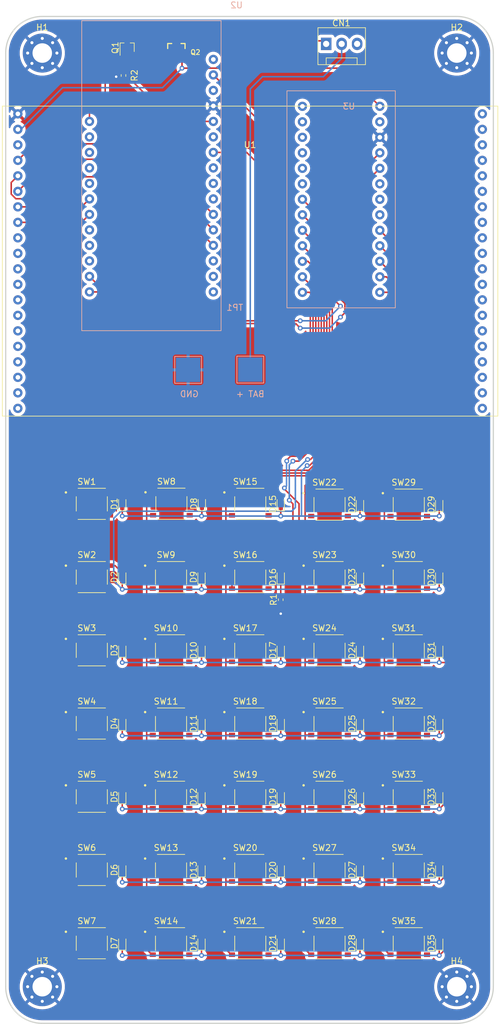
<source format=kicad_pcb>
(kicad_pcb (version 20211014) (generator pcbnew)
  (layers (0 "F.Cu" signal) (31 "B.Cu" signal) (34 "B.Paste" user) (35 "F.Paste" user) (36 "B.SilkS" user "B.Silkscreen") (37 "F.SilkS" user "F.Silkscreen") (38 "B.Mask" user) (39 "F.Mask" user) (44 "Edge.Cuts" user))
  (net 0 "")
  (net 1 "Row 1")
  (net 2 "Net-(D1-Pad2)")
  (net 3 "Row 2")
  (net 4 "Net-(D2-Pad2)")
  (net 5 "Row 3")
  (net 6 "Net-(D3-Pad2)")
  (net 7 "Row 4")
  (net 8 "Net-(D4-Pad2)")
  (net 9 "Row 5")
  (net 10 "Net-(D5-Pad2)")
  (net 11 "Row 6")
  (net 12 "Net-(D6-Pad2)")
  (net 13 "Row 7")
  (net 14 "Net-(D7-Pad2)")
  (net 15 "Net-(D8-Pad2)")
  (net 16 "Net-(D9-Pad2)")
  (net 17 "Net-(D10-Pad2)")
  (net 18 "Net-(D11-Pad2)")
  (net 19 "Net-(D12-Pad2)")
  (net 20 "Net-(D13-Pad2)")
  (net 21 "Net-(D14-Pad2)")
  (net 22 "Net-(D15-Pad2)")
  (net 23 "Wake Trigger Button")
  (net 24 "Net-(D16-Pad2)")
  (net 25 "Net-(D17-Pad2)")
  (net 26 "Net-(D18-Pad2)")
  (net 27 "Net-(D19-Pad2)")
  (net 28 "Net-(D20-Pad2)")
  (net 29 "Net-(D21-Pad2)")
  (net 30 "Net-(D22-Pad2)")
  (net 31 "Net-(D23-Pad2)")
  (net 32 "Net-(D24-Pad2)")
  (net 33 "Net-(D25-Pad2)")
  (net 34 "Net-(D26-Pad2)")
  (net 35 "Net-(D27-Pad2)")
  (net 36 "Net-(D28-Pad2)")
  (net 37 "Net-(D29-Pad2)")
  (net 38 "Net-(D30-Pad2)")
  (net 39 "Net-(D31-Pad2)")
  (net 40 "Net-(D32-Pad2)")
  (net 41 "Net-(D33-Pad2)")
  (net 42 "Net-(D34-Pad2)")
  (net 43 "Net-(D35-Pad2)")
  (net 44 "Shutdown Power Cutoff")
  (net 45 "Net-(Q1-Pad2)")
  (net 46 "Bat Pwr 3-5V")
  (net 47 "3-5V (ON)")
  (net 48 "GND")
  (net 49 "Colm 1")
  (net 50 "Colm 2")
  (net 51 "Colm 3")
  (net 52 "3V")
  (net 53 "Colm 4")
  (net 54 "Colm 5")
  (net 55 "Net-(SW36-Pad2)")
  (net 69 "Disp D{slash}C")
  (net 70 "Disp CS")
  (net 71 "Disp MOSI")
  (net 72 "Disp MISO")
  (net 73 "Disp SPI CLK")
  (net 102 "Matrix I2C SCL")
  (net 103 "Matrix I2C SDA")
  (net 114 "Matrix INT")
  (footprint "Custom:SW_TS-1187A-B-A-B" (layer "F.Cu") (at 79 114)
    (fp_text reference "SW9")
    (fp_text value "SW_Push")
  )
  (footprint "Custom:SW_TS-1187A-B-A-B" (layer "F.Cu") (at 105 138)
    (fp_text reference "SW25")
    (fp_text value "SW_Push")
  )
  (footprint "Custom:SW_TS-1187A-B-A-B" (layer "F.Cu") (at 66 114)
    (fp_text reference "SW2")
    (fp_text value "SW_Push")
  )
  (footprint "Custom:SW_TS-1187A-B-A-B" (layer "F.Cu") (at 105 162)
    (fp_text reference "SW27")
    (fp_text value "SW_Push")
  )
  (footprint "Custom:SW_TS-1187A-B-A-B" (layer "F.Cu") (at 66 162)
    (fp_text reference "SW6")
    (fp_text value "SW_Push")
  )
  (footprint "Diode_SMD:D_SOD-523" (layer "F.Cu") (at 71 162 90)
    (fp_text reference "D6")
    (fp_text value "1N914WT")
  )
  (footprint "Custom:SW_TS-1187A-B-A-B" (layer "F.Cu") (at 79 162)
    (fp_text reference "SW13")
    (fp_text value "SW_Push")
  )
  (footprint "Diode_SMD:D_SOD-523" (layer "F.Cu") (at 123 138 90)
    (fp_text reference "D32")
    (fp_text value "1N914WT")
  )
  (footprint "Custom:2-8 TFT LCD with Touchscreen Breakout Board ILI9341" (layer "F.Cu") (at 51.33 36.82)
    (fp_text reference "U1")
    (fp_text value "2.8\"_TFT_LCD_with_Touchscreen_Breakout_Board_w/MicroSD_Socket_-_ILI9341")
  )
  (footprint "Diode_SMD:D_SOD-523" (layer "F.Cu") (at 84 138 90)
    (fp_text reference "D11")
    (fp_text value "1N914WT")
  )
  (footprint "Diode_SMD:D_SOD-523" (layer "F.Cu") (at 71 174 90)
    (fp_text reference "D7")
    (fp_text value "1N914WT")
  )
  (footprint "Diode_SMD:D_SOD-523" (layer "F.Cu") (at 110 162 90)
    (fp_text reference "D27")
    (fp_text value "1N914WT")
  )
  (footprint "Resistor_SMD:R_0402_1005Metric" (layer "F.Cu") (at 71.2 31.8 -90)
    (fp_text reference "R2")
    (fp_text value "R_Small_US")
  )
  (footprint "Diode_SMD:D_SOD-523" (layer "F.Cu") (at 71 150 90)
    (fp_text reference "D5")
    (fp_text value "1N914WT")
  )
  (footprint "Resistor_SMD:R_0402_1005Metric" (layer "F.Cu") (at 97 117.71 90)
    (fp_text reference "R1")
    (fp_text value "R_Small_US")
  )
  (footprint "Diode_SMD:D_SOD-523" (layer "F.Cu") (at 123 102.125 90)
    (fp_text reference "D29")
    (fp_text value "1N914WT")
  )
  (footprint "Diode_SMD:D_SOD-523" (layer "F.Cu") (at 110 138 90)
    (fp_text reference "D25")
    (fp_text value "1N914WT")
  )
  (footprint "Custom:SW_TS-1187A-B-A-B" (layer "F.Cu") (at 79 174)
    (fp_text reference "SW14")
    (fp_text value "SW_Push")
  )
  (footprint "Custom:SW_TS-1187A-B-A-B" (layer "F.Cu") (at 92 162)
    (fp_text reference "SW20")
    (fp_text value "SW_Push")
  )
  (footprint "Diode_SMD:D_SOD-523" (layer "F.Cu") (at 71 138 90)
    (fp_text reference "D4")
    (fp_text value "1N914WT")
  )
  (footprint "Custom:SW_TS-1187A-B-A-B" (layer "F.Cu") (at 118 150)
    (fp_text reference "SW33")
    (fp_text value "SW_Push")
  )
  (footprint "Diode_SMD:D_SOD-523" (layer "F.Cu") (at 110 102.125 90)
    (fp_text reference "D22")
    (fp_text value "1N914WT")
  )
  (footprint "Diode_SMD:D_SOD-523" (layer "F.Cu") (at 97 174 90)
    (fp_text reference "D21")
    (fp_text value "1N914WT")
  )
  (footprint "MountingHole:MountingHole_3.2mm_M3_Pad_Via" (layer "F.Cu") (at 125.875 28.125)
    (fp_text reference "H2")
    (fp_text value "MountingHole_Pad")
  )
  (footprint "Diode_SMD:D_SOD-523" (layer "F.Cu") (at 97 138 90)
    (fp_text reference "D18")
    (fp_text value "1N914WT")
  )
  (footprint "Diode_SMD:D_SOD-523" (layer "F.Cu") (at 123 174 90)
    (fp_text reference "D35")
    (fp_text value "1N914WT")
  )
  (footprint "Diode_SMD:D_SOD-523" (layer "F.Cu") (at 97 150 90)
    (fp_text reference "D19")
    (fp_text value "1N914WT")
  )
  (footprint "MountingHole:MountingHole_3.2mm_M3_Pad_Via" (layer "F.Cu") (at 57.875 28.125)
    (fp_text reference "H1")
    (fp_text value "MountingHole_Pad")
  )
  (footprint "Diode_SMD:D_SOD-523" (layer "F.Cu") (at 71 126 90)
    (fp_text reference "D3")
    (fp_text value "1N914WT")
  )
  (footprint "Diode_SMD:D_SOD-523" (layer "F.Cu") (at 110 150 90)
    (fp_text reference "D26")
    (fp_text value "1N914WT")
  )
  (footprint "Custom:SW_TS-1187A-B-A-B" (layer "F.Cu") (at 105 102.125)
    (fp_text reference "SW22")
    (fp_text value "SW_Push")
  )
  (footprint "Custom:SW_TS-1187A-B-A-B" (layer "F.Cu") (at 66 150)
    (fp_text reference "SW5")
    (fp_text value "SW_Push")
  )
  (footprint "Custom:SOT23" (layer "F.Cu") (at 79.875 27.225)
    (fp_text reference "Q2")
    (fp_text value "SI2302")
  )
  (footprint "Diode_SMD:D_SOD-523" (layer "F.Cu") (at 123 114 90)
    (fp_text reference "D30")
    (fp_text value "1N914WT")
  )
  (footprint "Diode_SMD:D_SOD-523" (layer "F.Cu") (at 71 114 90)
    (fp_text reference "D2")
    (fp_text value "1N914WT")
  )
  (footprint "Diode_SMD:D_SOD-523" (layer "F.Cu") (at 84 162 90)
    (fp_text reference "D13")
    (fp_text value "1N914WT")
  )
  (footprint "Custom:SW_TS-1187A-B-A-B" (layer "F.Cu") (at 118 138)
    (fp_text reference "SW32")
    (fp_text value "SW_Push")
  )
  (footprint "Custom:SW_TS-1187A-B-A-B" (layer "F.Cu") (at 79 150)
    (fp_text reference "SW12")
    (fp_text value "SW_Push")
  )
  (footprint "Custom:SW_TS-1187A-B-A-B" (layer "F.Cu") (at 92 102)
    (fp_text reference "SW15")
    (fp_text value "SW_Push")
  )
  (footprint "Diode_SMD:D_SOD-523" (layer "F.Cu") (at 97 162 90)
    (fp_text reference "D20")
    (fp_text value "1N914WT")
  )
  (footprint "Custom:SW_TS-1187A-B-A-B" (layer "F.Cu") (at 92 114)
    (fp_text reference "SW16")
    (fp_text value "SW_Push")
  )
  (footprint "Diode_SMD:D_SOD-523" (layer "F.Cu") (at 84 126 90)
    (fp_text reference "D10")
    (fp_text value "1N914WT")
  )
  (footprint "MountingHole:MountingHole_3.2mm_M3_Pad_Via" (layer "F.Cu") (at 125.875 181.125)
    (fp_text reference "H4")
    (fp_text value "MountingHole_Pad")
  )
  (footprint "Custom:SW_TS-1187A-B-A-B" (layer "F.Cu") (at 79 138)
    (fp_text reference "SW11")
    (fp_text value "SW_Push")
  )
  (footprint "Diode_SMD:D_SOD-523" (layer "F.Cu") (at 71 102 90)
    (fp_text reference "D1")
    (fp_text value "1N914WT")
  )
  (footprint "Custom:SW_TS-1187A-B-A-B" (layer "F.Cu") (at 92 174)
    (fp_text reference "SW21")
    (fp_text value "SW_Push")
  )
  (footprint "Diode_SMD:D_SOD-523" (layer "F.Cu") (at 123 126 90)
    (fp_text reference "D31")
    (fp_text value "1N914WT")
  )
  (footprint "Package_TO_SOT_SMD:SOT-323_SC-70" (layer "F.Cu") (at 71.8 27.2 90)
    (fp_text reference "Q1")
    (fp_text value "2SC4213")
  )
  (footprint "Custom:SW_TS-1187A-B-A-B" (layer "F.Cu") (at 118 126)
    (fp_text reference "SW31")
    (fp_text value "SW_Push")
  )
  (footprint "Diode_SMD:D_SOD-523" (layer "F.Cu") (at 97 102 90)
    (fp_text reference "D15")
    (fp_text value "1N914WT")
  )
  (footprint "Custom:SW_TS-1187A-B-A-B" (layer "F.Cu") (at 118 102.125)
    (fp_text reference "SW29")
    (fp_text value "SW_Push")
  )
  (footprint "Custom:SW_TS-1187A-B-A-B" (layer "F.Cu") (at 66 138)
    (fp_text reference "SW4")
    (fp_text value "SW_Push")
  )
  (footprint "Custom:SW_TS-1187A-B-A-B" (layer "F.Cu") (at 118 162)
    (fp_text reference "SW34")
    (fp_text value "SW_Push")
  )
  (footprint "Diode_SMD:D_SOD-523" (layer "F.Cu") (at 97 114 90)
    (fp_text reference "D16")
    (fp_text value "1N914WT")
  )
  (footprint "Diode_SMD:D_SOD-523" (layer "F.Cu") (at 84 114 90)
    (fp_text reference "D9")
    (fp_text value "1N914WT")
  )
  (footprint "Diode_SMD:D_SOD-523" (layer "F.Cu") (at 84 150 90)
    (fp_text reference "D12")
    (fp_text value "1N914WT")
  )
  (footprint "Custom:SW_TS-1187A-B-A-B" (layer "F.Cu") (at 66 126)
    (fp_text reference "SW3")
    (fp_text value "SW_Push")
  )
  (footprint "Custom:SW_TS-1187A-B-A-B" (layer "F.Cu") (at 92 150)
    (fp_text reference "SW19")
    (fp_text value "SW_Push")
  )
  (footprint "Custom:SW_TS-1187A-B-A-B" (layer "F.Cu") (at 118 174)
    (fp_text reference "SW35")
    (fp_text value "SW_Push")
  )
  (footprint "Custom:SW_TS-1187A-B-A-B" (layer "F.Cu") (at 66 174)
    (fp_text reference "SW7")
    (fp_text value "SW_Push")
  )
  (footprint "Custom:SW_TS-1187A-B-A-B" (layer "F.Cu") (at 66 102)
    (fp_text reference "SW1")
    (fp_text value "SW_Push")
  )
  (footprint "Diode_SMD:D_SOD-523" (layer "F.Cu") (at 84.06 101.98 90)
    (fp_text reference "D8")
    (fp_text value "1N914WT")
  )
  (footprint "Custom:SW_TS-1187A-B-A-B" (layer "F.Cu") (at 79.06 101.98)
    (fp_text reference "SW8")
    (fp_text value "SW_Push")
  )
  (footprint "Custom:SW_TS-1187A-B-A-B" (layer "F.Cu") (at 105 174)
    (fp_text reference "SW28")
    (fp_text value "SW_Push")
  )
  (footprint "Custom:SW_TS-1187A-B-A-B" (layer "F.Cu") (at 105 114)
    (fp_text reference "SW23")
    (fp_text value "SW_Push")
  )
  (footprint "Custom:SW_TS-1187A-B-A-B" (layer "F.Cu") (at 92 126)
    (fp_text reference "SW17")
    (fp_text value "SW_Push")
  )
  (footprint "Diode_SMD:D_SOD-523" (layer "F.Cu") (at 110 126 90)
    (fp_text reference "D24")
    (fp_text value "1N914WT")
  )
  (footprint "Diode_SMD:D_SOD-523" (layer "F.Cu") (at 97 126 90)
    (fp_text reference "D17")
    (fp_text value "1N914WT")
  )
  (footprint "Diode_SMD:D_SOD-523" (layer "F.Cu") (at 110 114 90)
    (fp_text reference "D23")
    (fp_text value "1N914WT")
  )
  (footprint "MountingHole:MountingHole_3.2mm_M3_Pad_Via" (layer "F.Cu") (at 57.875 181.125)
    (fp_text reference "H3")
    (fp_text value "MountingHole_Pad")
  )
  (footprint "Custom:SW_TS-1187A-B-A-B" (layer "F.Cu") (at 92 138)
    (fp_text reference "SW18")
    (fp_text value "SW_Push")
  )
  (footprint "Custom:SW_TS-1187A-B-A-B" (layer "F.Cu") (at 118 114)
    (fp_text reference "SW30")
    (fp_text value "SW_Push")
  )
  (footprint "Custom:SW_TS-1187A-B-A-B" (layer "F.Cu") (at 105 126)
    (fp_text reference "SW24")
    (fp_text value "SW_Push")
  )
  (footprint "Connector:FanPinHeader_1x03_P2.54mm_Vertical" (layer "F.Cu") (at 104.45 26.625)
    (fp_text reference "CN1")
    (fp_text value "Toggle_Switch")
  )
  (footprint "Diode_SMD:D_SOD-523" (layer "F.Cu") (at 123 162 90)
    (fp_text reference "D34")
    (fp_text value "1N914WT")
  )
  (footprint "Diode_SMD:D_SOD-523" (layer "F.Cu") (at 110 174 90)
    (fp_text reference "D28")
    (fp_text value "1N914WT")
  )
  (footprint "Diode_SMD:D_SOD-523" (layer "F.Cu") (at 84 174 90)
    (fp_text reference "D14")
    (fp_text value "1N914WT")
  )
  (footprint "Custom:SW_TS-1187A-B-A-B" (layer "F.Cu") (at 79 126)
    (fp_text reference "SW10")
    (fp_text value "SW_Push")
  )
  (footprint "Custom:SW_TS-1187A-B-A-B" (layer "F.Cu") (at 105 150)
    (fp_text reference "SW26")
    (fp_text value "SW_Push")
  )
  (footprint "Diode_SMD:D_SOD-523" (layer "F.Cu") (at 123 150 90)
    (fp_text reference "D33")
    (fp_text value "1N914WT")
  )
  (footprint "Custom:Battery Solder Pad" (layer "B.Cu") (at 92 80 180)
    (fp_text reference "TP1")
    (fp_text value "TestPoint_2Pole")
  )
  (footprint "Custom:Adafruit ESP32 Feather V2" (layer "B.Cu") (at 87.21 22.82 180)
    (fp_text reference "U2")
    (fp_text value "Adafruit_ESP32_Feather_V2")
  )
  (footprint "Custom:Adafruit TCA8418 Keypad Matrix and GPIO Expander" (layer "B.Cu") (at 115.795 34.315 180)
    (fp_text reference "U3")
    (fp_text value "Adafruit_TCA8418_Keypad_Matrix_and_GPIO_Expander_Breakout")
  )
  (gr_line (start 57.875 187.125) (end 125.875 187.125) (layer "Edge.Cuts") (width 0.2))
  (gr_arc (start 131.875 181.125) (mid 130.117641 185.367641) (end 125.875 187.125) (layer "Edge.Cuts") (width 0.2))
  (gr_arc (start 125.875 22.125) (mid 130.117641 23.882359) (end 131.875 28.125) (layer "Edge.Cuts") (width 0.2))
  (gr_arc (start 51.875 28.125) (mid 53.632359 23.882359) (end 57.875 22.125) (layer "Edge.Cuts") (width 0.2))
  (gr_arc (start 57.875 187.125) (mid 53.632359 185.367641) (end 51.875 181.125) (layer "Edge.Cuts") (width 0.2))
  (gr_line (start 51.875 28.125) (end 51.875 181.125) (layer "Edge.Cuts") (width 0.2))
  (gr_line (start 125.875 22.125) (end 57.875 22.125) (layer "Edge.Cuts") (width 0.2))
  (gr_line (start 131.875 181.125) (end 131.875 28.125) (layer "Edge.Cuts") (width 0.2))
  (segment (start 103.2 94.254416) (end 103.2 67.44) (width 0.25) (layer "F.Cu") (net 1))
  (segment (start 101.721309 95.733107) (end 103.2 94.254416) (width 0.25) (layer "F.Cu") (net 1))
  (segment (start 110 102.825) (end 110 104) (width 0.25) (layer "F.Cu") (net 1))
  (segment (start 97 102.7) (end 97 104) (width 0.25) (layer "F.Cu") (net 1))
  (segment (start 84.06 102.68) (end 84.06 103.94) (width 0.25) (layer "F.Cu") (net 1))
  (segment (start 101.333107 95.733107) (end 101.721309 95.733107) (width 0.25) (layer "F.Cu") (net 1))
  (segment (start 71 102.7) (end 71 104) (width 0.25) (layer "F.Cu") (net 1))
  (segment (start 123 102.825) (end 123 104) (width 0.25) (layer "F.Cu") (net 1))
  (segment (start 103.2 67.44) (end 100.555 64.795) (width 0.25) (layer "F.Cu") (net 1))
  (segment (start 84.06 103.94) (end 84 104) (width 0.25) (layer "F.Cu") (net 1))
  (via (at 84 104) (size 0.8) (drill 0.4) (layers "F.Cu" "B.Cu") (net 1))
  (via (at 123 104) (size 0.8) (drill 0.4) (layers "F.Cu" "B.Cu") (net 1))
  (via (at 71 104) (size 0.8) (drill 0.4) (layers "F.Cu" "B.Cu") (net 1))
  (via (at 97 104) (size 0.8) (drill 0.4) (layers "F.Cu" "B.Cu") (net 1))
  (via (at 101.333107 95.733107) (size 0.8) (drill 0.4) (layers "F.Cu" "B.Cu") (net 1))
  (via (at 110 104) (size 0.8) (drill 0.4) (layers "F.Cu" "B.Cu") (net 1))
  (segment (start 100.4 96.666214) (end 101.333107 95.733107) (width 0.25) (layer "B.Cu") (net 1))
  (segment (start 71 104) (end 100.4 104) (width 0.25) (layer "B.Cu") (net 1))
  (segment (start 100.4 104) (end 123 104) (width 0.25) (layer "B.Cu") (net 1))
  (segment (start 100.4 104) (end 100.4 96.666214) (width 0.25) (layer "B.Cu") (net 1))
  (segment (start 69.825 100.125) (end 71 101.3) (width 0.25) (layer "F.Cu") (net 2))
  (segment (start 69 100.125) (end 69.825 100.125) (width 0.25) (layer "F.Cu") (net 2))
  (segment (start 84 114.7) (end 84 116) (width 0.25) (layer "F.Cu") (net 3))
  (segment (start 110 114.7) (end 110 116) (width 0.25) (layer "F.Cu") (net 3))
  (segment (start 102.75 68.35) (end 101.735 67.335) (width 0.25) (layer "F.Cu") (net 3))
  (segment (start 102.75 93.85) (end 102.75 68.35) (width 0.25) (layer "F.Cu") (net 3))
  (segment (start 123 114.7) (end 123 116) (width 0.25) (layer "F.Cu") (net 3))
  (segment (start 101.735 67.335) (end 100.555 67.335) (width 0.25) (layer "F.Cu") (net 3))
  (segment (start 71 114.7) (end 71 116) (width 0.25) (layer "F.Cu") (net 3))
  (segment (start 101.404576 94.736163) (end 101.863837 94.736163) (width 0.25) (layer "F.Cu") (net 3))
  (segment (start 101.863837 94.736163) (end 102.75 93.85) (width 0.25) (layer "F.Cu") (net 3))
  (via (at 71 116) (size 0.8) (drill 0.4) (layers "F.Cu" "B.Cu") (net 3))
  (via (at 84 116) (size 0.8) (drill 0.4) (layers "F.Cu" "B.Cu") (net 3))
  (via (at 110 116) (size 0.8) (drill 0.4) (layers "F.Cu" "B.Cu") (net 3))
  (via (at 123 116) (size 0.8) (drill 0.4) (layers "F.Cu" "B.Cu") (net 3))
  (via (at 101.404576 94.736163) (size 0.8) (drill 0.4) (layers "F.Cu" "B.Cu") (net 3))
  (segment (start 69.6 105) (end 69.6 104.374695) (width 0.25) (layer "B.Cu") (net 3))
  (segment (start 70.774695 103.2) (end 77.2 103.2) (width 0.25) (layer "B.Cu") (net 3))
  (segment (start 98.8 103.2) (end 99.4 102.6) (width 0.25) (layer "B.Cu") (net 3))
  (segment (start 77.2 103.2) (end 98.8 103.2) (width 0.25) (layer "B.Cu") (net 3))
  (segment (start 99.4 99) (end 99.4 96.640909) (width 0.25) (layer "B.Cu") (net 3))
  (segment (start 71 116) (end 69.6 114.6) (width 0.25) (layer "B.Cu") (net 3))
  (segment (start 110 116) (end 123 116) (width 0.25) (layer "B.Cu") (net 3))
  (segment (start 69.6 114.6) (end 69.6 105) (width 0.25) (layer "B.Cu") (net 3))
  (segment (start 69.6 104.374695) (end 70.774695 103.2) (width 0.25) (layer "B.Cu") (net 3))
  (segment (start 99.4 102.6) (end 99.4 99) (width 0.25) (layer "B.Cu") (net 3))
  (segment (start 109.875 115.875) (end 110 116) (width 0.25) (layer "B.Cu") (net 3))
  (segment (start 99.4 96.640909) (end 101.304746 94.736163) (width 0.25) (layer "B.Cu") (net 3))
  (segment (start 71 116) (end 110 116) (width 0.25) (layer "B.Cu") (net 3))
  (segment (start 101.304746 94.736163) (end 101.404576 94.736163) (width 0.25) (layer "B.Cu") (net 3))
  (segment (start 69.825 112.125) (end 71 113.3) (width 0.25) (layer "F.Cu") (net 4))
  (segment (start 69 112.125) (end 69.825 112.125) (width 0.25) (layer "F.Cu") (net 4))
  (segment (start 121.4 93.8) (end 121.4 72.8) (width 0.25) (layer "F.Cu") (net 5))
  (segment (start 71 126.7) (end 71 128) (width 0.25) (layer "F.Cu") (net 5))
  (segment (start 123 128) (end 124 128) (width 0.25) (layer "F.Cu") (net 5))
  (segment (start 125 127) (end 125 97.4) (width 0.25) (layer "F.Cu") (net 5))
  (segment (start 124 128) (end 125 127) (width 0.25) (layer "F.Cu") (net 5))
  (segment (start 110 126.7) (end 110 128) (width 0.25) (layer "F.Cu") (net 5))
  (segment (start 125 97.4) (end 121.4 93.8) (width 0.25) (layer "F.Cu") (net 5))
  (segment (start 121.4 72.8) (end 115.935 67.335) (width 0.25) (layer "F.Cu") (net 5))
  (segment (start 115.935 67.335) (end 113.255 67.335) (width 0.25) (layer "F.Cu") (net 5))
  (segment (start 84 126.7) (end 84 128) (width 0.25) (layer "F.Cu") (net 5))
  (segment (start 97 126.7) (end 97 128) (width 0.25) (layer "F.Cu") (net 5))
  (segment (start 123 126.7) (end 123 128) (width 0.25) (layer "F.Cu") (net 5))
  (via (at 97 128) (size 0.8) (drill 0.4) (layers "F.Cu" "B.Cu") (net 5))
  (via (at 110 128) (size 0.8) (drill 0.4) (layers "F.Cu" "B.Cu") (net 5))
  (via (at 123 128) (size 0.8) (drill 0.4) (layers "F.Cu" "B.Cu") (net 5))
  (via (at 71 128) (size 0.8) (drill 0.4) (layers "F.Cu" "B.Cu") (net 5))
  (via (at 84 128) (size 0.8) (drill 0.4) (layers "F.Cu" "B.Cu") (net 5))
  (segment (start 71 128) (end 123 128) (width 0.25) (layer "B.Cu") (net 5))
  (segment (start 69 124.125) (end 69.825 124.125) (width 0.25) (layer "F.Cu") (net 6))
  (segment (start 69.825 124.125) (end 71 125.3) (width 0.25) (layer "F.Cu") (net 6))
  (segment (start 123 138.7) (end 123 140) (width 0.25) (layer "F.Cu") (net 7))
  (segment (start 71 138.7) (end 71 140) (width 0.25) (layer "F.Cu") (net 7))
  (segment (start 123 140) (end 125.45 137.55) (width 0.25) (layer "F.Cu") (net 7))
  (segment (start 125.45 137.55) (end 125.45 97.213604) (width 0.25) (layer "F.Cu") (net 7))
  (segment (start 121.85 72.31237) (end 114.33263 64.795) (width 0.25) (layer "F.Cu") (net 7))
  (segment (start 84 138.7) (end 84 140) (width 0.25) (layer "F.Cu") (net 7))
  (segment (start 121.85 93.613604) (end 121.85 72.31237) (width 0.25) (layer "F.Cu") (net 7))
  (segment (start 125.45 97.213604) (end 121.85 93.613604) (width 0.25) (layer "F.Cu") (net 7))
  (segment (start 114.33263 64.795) (end 113.255 64.795) (width 0.25) (layer "F.Cu") (net 7))
  (segment (start 97 138.7) (end 97 140) (width 0.25) (layer "F.Cu") (net 7))
  (segment (start 110 138.7) (end 110 140) (width 0.25) (layer "F.Cu") (net 7))
  (via (at 84 140) (size 0.8) (drill 0.4) (layers "F.Cu" "B.Cu") (net 7))
  (via (at 123 140) (size 0.8) (drill 0.4) (layers "F.Cu" "B.Cu") (net 7))
  (via (at 71 140) (size 0.8) (drill 0.4) (layers "F.Cu" "B.Cu") (net 7))
  (via (at 97 140) (size 0.8) (drill 0.4) (layers "F.Cu" "B.Cu") (net 7))
  (via (at 110 140) (size 0.8) (drill 0.4) (layers "F.Cu" "B.Cu") (net 7))
  (segment (start 71 140) (end 123 140) (width 0.25) (layer "B.Cu") (net 7))
  (segment (start 69.825 136.125) (end 71 137.3) (width 0.25) (layer "F.Cu") (net 8))
  (segment (start 69 136.125) (end 69.825 136.125) (width 0.25) (layer "F.Cu") (net 8))
  (segment (start 122.3 71.3) (end 113.255 62.255) (width 0.25) (layer "F.Cu") (net 9))
  (segment (start 123 152) (end 125.9 149.1) (width 0.25) (layer "F.Cu") (net 9))
  (segment (start 125.9 97.027208) (end 122.3 93.427208) (width 0.25) (layer "F.Cu") (net 9))
  (segment (start 122.3 93.427208) (end 122.3 71.3) (width 0.25) (layer "F.Cu") (net 9))
  (segment (start 84 150.7) (end 84 152) (width 0.25) (layer "F.Cu") (net 9))
  (segment (start 97 150.7) (end 97 152) (width 0.25) (layer "F.Cu") (net 9))
  (segment (start 123 150.7) (end 123 152) (width 0.25) (layer "F.Cu") (net 9))
  (segment (start 125.9 149.1) (end 125.9 97.027208) (width 0.25) (layer "F.Cu") (net 9))
  (segment (start 110 150.7) (end 110 152) (width 0.25) (layer "F.Cu") (net 9))
  (segment (start 71 150.7) (end 71 152) (width 0.25) (layer "F.Cu") (net 9))
  (via (at 110 152) (size 0.8) (drill 0.4) (layers "F.Cu" "B.Cu") (net 9))
  (via (at 84 152) (size 0.8) (drill 0.4) (layers "F.Cu" "B.Cu") (net 9))
  (via (at 123 152) (size 0.8) (drill 0.4) (layers "F.Cu" "B.Cu") (net 9))
  (via (at 71 152) (size 0.8) (drill 0.4) (layers "F.Cu" "B.Cu") (net 9))
  (via (at 97 152) (size 0.8) (drill 0.4) (layers "F.Cu" "B.Cu") (net 9))
  (segment (start 71 152) (end 123 152) (width 0.25) (layer "B.Cu") (net 9))
  (segment (start 69 148.125) (end 69.825 148.125) (width 0.25) (layer "F.Cu") (net 10))
  (segment (start 69.825 148.125) (end 71 149.3) (width 0.25) (layer "F.Cu") (net 10))
  (segment (start 126.35 160.65) (end 126.35 96.840812) (width 0.25) (layer "F.Cu") (net 11))
  (segment (start 122.75 93.240812) (end 122.75 69.21) (width 0.25) (layer "F.Cu") (net 11))
  (segment (start 122.75 69.21) (end 113.255 59.715) (width 0.25) (layer "F.Cu") (net 11))
  (segment (start 126.35 96.840812) (end 122.75 93.240812) (width 0.25) (layer "F.Cu") (net 11))
  (segment (start 84 162.7) (end 84 164) (width 0.25) (layer "F.Cu") (net 11))
  (segment (start 123 162.7) (end 123 164) (width 0.25) (layer "F.Cu") (net 11))
  (segment (start 97 162.7) (end 97 164) (width 0.25) (layer "F.Cu") (net 11))
  (segment (start 110 162.7) (end 110 164) (width 0.25) (layer "F.Cu") (net 11))
  (segment (start 123 164) (end 126.35 160.65) (width 0.25) (layer "F.Cu") (net 11))
  (segment (start 71 162.7) (end 71 164) (width 0.25) (layer "F.Cu") (net 11))
  (via (at 123 164) (size 0.8) (drill 0.4) (layers "F.Cu" "B.Cu") (net 11))
  (via (at 84 164) (size 0.8) (drill 0.4) (layers "F.Cu" "B.Cu") (net 11))
  (via (at 97 164) (size 0.8) (drill 0.4) (layers "F.Cu" "B.Cu") (net 11))
  (via (at 71 164) (size 0.8) (drill 0.4) (layers "F.Cu" "B.Cu") (net 11))
  (via (at 110 164) (size 0.8) (drill 0.4) (layers "F.Cu" "B.Cu") (net 11))
  (segment (start 71 164) (end 123 164) (width 0.25) (layer "B.Cu") (net 11))
  (segment (start 69.825 160.125) (end 71 161.3) (width 0.25) (layer "F.Cu") (net 12))
  (segment (start 69 160.125) (end 69.825 160.125) (width 0.25) (layer "F.Cu") (net 12))
  (segment (start 71 174.7) (end 71 176) (width 0.25) (layer "F.Cu") (net 13))
  (segment (start 123.2 67.12) (end 113.255 57.175) (width 0.25) (layer "F.Cu") (net 13))
  (segment (start 126.8 172.2) (end 126.8 96.654416) (width 0.25) (layer "F.Cu") (net 13))
  (segment (start 126.8 96.654416) (end 123.2 93.054416) (width 0.25) (layer "F.Cu") (net 13))
  (segment (start 123.2 93.054416) (end 123.2 67.12) (width 0.25) (layer "F.Cu") (net 13))
  (segment (start 123 174.7) (end 123 176) (width 0.25) (layer "F.Cu") (net 13))
  (segment (start 84 174.7) (end 84 176) (width 0.25) (layer "F.Cu") (net 13))
  (segment (start 110 174.7) (end 110 176) (width 0.25) (layer "F.Cu") (net 13))
  (segment (start 97 174.7) (end 97 176) (width 0.25) (layer "F.Cu") (net 13))
  (segment (start 123 176) (end 126.8 172.2) (width 0.25) (layer "F.Cu") (net 13))
  (via (at 110 176) (size 0.8) (drill 0.4) (layers "F.Cu" "B.Cu") (net 13))
  (via (at 71 176) (size 0.8) (drill 0.4) (layers "F.Cu" "B.Cu") (net 13))
  (via (at 84 176) (size 0.8) (drill 0.4) (layers "F.Cu" "B.Cu") (net 13))
  (via (at 123 176) (size 0.8) (drill 0.4) (layers "F.Cu" "B.Cu") (net 13))
  (via (at 97 176) (size 0.8) (drill 0.4) (layers "F.Cu" "B.Cu") (net 13))
  (segment (start 71 176) (end 123 176) (width 0.25) (layer "B.Cu") (net 13))
  (segment (start 69 172.125) (end 69.825 172.125) (width 0.25) (layer "F.Cu") (net 14))
  (segment (start 69.825 172.125) (end 71 173.3) (width 0.25) (layer "F.Cu") (net 14))
  (segment (start 82.885 100.105) (end 84.06 101.28) (width 0.25) (layer "F.Cu") (net 15))
  (segment (start 82.06 100.105) (end 82.885 100.105) (width 0.25) (layer "F.Cu") (net 15))
  (segment (start 82.825 112.125) (end 84 113.3) (width 0.25) (layer "F.Cu") (net 16))
  (segment (start 82 112.125) (end 82.825 112.125) (width 0.25) (layer "F.Cu") (net 16))
  (segment (start 82.825 124.125) (end 84 125.3) (width 0.25) (layer "F.Cu") (net 17))
  (segment (start 82 124.125) (end 82.825 124.125) (width 0.25) (layer "F.Cu") (net 17))
  (segment (start 82 136.125) (end 82.825 136.125) (width 0.25) (layer "F.Cu") (net 18))
  (segment (start 82.825 136.125) (end 84 137.3) (width 0.25) (layer "F.Cu") (net 18))
  (segment (start 82 148.125) (end 82.825 148.125) (width 0.25) (layer "F.Cu") (net 19))
  (segment (start 82.825 148.125) (end 84 149.3) (width 0.25) (layer "F.Cu") (net 19))
  (segment (start 82 160.125) (end 82.825 160.125) (width 0.25) (layer "F.Cu") (net 20))
  (segment (start 82.825 160.125) (end 84 161.3) (width 0.25) (layer "F.Cu") (net 20))
  (segment (start 82.825 172.125) (end 84 173.3) (width 0.25) (layer "F.Cu") (net 21))
  (segment (start 82 172.125) (end 82.825 172.125) (width 0.25) (layer "F.Cu") (net 21))
  (segment (start 95.825 100.125) (end 97 101.3) (width 0.25) (layer "F.Cu") (net 22))
  (segment (start 95 100.125) (end 95.825 100.125) (width 0.25) (layer "F.Cu") (net 22))
  (segment (start 100.163604 94.2) (end 101.85 92.513604) (width 0.25) (layer "F.Cu") (net 23))
  (segment (start 91.4 44.4) (end 91.39 44.41) (width 0.25) (layer "F.Cu") (net 23))
  (segment (start 100 101.974695) (end 97.6 99.574695) (width 0.25) (layer "F.Cu") (net 23))
  (segment (start 97.988171 94.98723) (end 97.988171 94.811829) (width 0.25) (layer "F.Cu") (net 23))
  (segment (start 100 113) (end 100 102) (width 0.25) (layer "F.Cu") (net 23))
  (segment (start 98.6 94.2) (end 100.163604 94.2) (width 0.25) (layer "F.Cu") (net 23))
  (segment (start 98.55 67.986396) (end 98.55 51.55) (width 0.25) (layer "F.Cu") (net 23))
  (segment (start 101.85 92.513604) (end 101.85 71.286396) (width 0.25) (layer "F.Cu") (net 23))
  (segment (start 97.988171 94.811829) (end 98.6 94.2) (width 0.25) (layer "F.Cu") (net 23))
  (segment (start 97 114.7) (end 97 117.2) (width 0.25) (layer "F.Cu") (net 23))
  (segment (start 98.3 114.7) (end 100 113) (width 0.25) (layer "F.Cu") (net 23))
  (segment (start 98.55 51.55) (end 91.4 44.4) (width 0.25) (layer "F.Cu") (net 23))
  (segment (start 100 102) (end 100 101.974695) (width 0.25) (layer "F.Cu") (net 23))
  (segment (start 97.6 99.574695) (end 97.6 99.4) (width 0.25) (layer "F.Cu") (net 23))
  (segment (start 97 114.7) (end 98.3 114.7) (width 0.25) (layer "F.Cu") (net 23))
  (segment (start 91.39 44.41) (end 85.94 44.41) (width 0.25) (layer "F.Cu") (net 23))
  (segment (start 101.85 71.286396) (end 98.55 67.986396) (width 0.25) (layer "F.Cu") (net 23))
  (via (at 97.6 99.4) (size 0.8) (drill 0.4) (layers "F.Cu" "B.Cu") (net 23))
  (via (at 97.988171 94.98723) (size 0.8) (drill 0.4) (layers "F.Cu" "B.Cu") (net 23))
  (segment (start 97.95 97.8) (end 97.95 95.6) (width 0.25) (layer "B.Cu") (net 23))
  (segment (start 97.95 95.6) (end 97.95 95.025401) (width 0.25) (layer "B.Cu") (net 23))
  (segment (start 97.6 99.4) (end 97.95 99.05) (width 0.25) (layer "B.Cu") (net 23))
  (segment (start 97.95 99.05) (end 97.95 97.8) (width 0.25) (layer "B.Cu") (net 23))
  (segment (start 97.95 95.025401) (end 97.988171 94.98723) (width 0.25) (layer "B.Cu") (net 23))
  (segment (start 95.825 112.125) (end 97 113.3) (width 0.25) (layer "F.Cu") (net 24))
  (segment (start 95 112.125) (end 95.825 112.125) (width 0.25) (layer "F.Cu") (net 24))
  (segment (start 95 124.125) (end 95.825 124.125) (width 0.25) (layer "F.Cu") (net 25))
  (segment (start 95.825 124.125) (end 97 125.3) (width 0.25) (layer "F.Cu") (net 25))
  (segment (start 95.825 136.125) (end 97 137.3) (width 0.25) (layer "F.Cu") (net 26))
  (segment (start 95 136.125) (end 95.825 136.125) (width 0.25) (layer "F.Cu") (net 26))
  (segment (start 95 148.125) (end 95.825 148.125) (width 0.25) (layer "F.Cu") (net 27))
  (segment (start 95.825 148.125) (end 97 149.3) (width 0.25) (layer "F.Cu") (net 27))
  (segment (start 95.825 160.125) (end 97 161.3) (width 0.25) (layer "F.Cu") (net 28))
  (segment (start 95 160.125) (end 95.825 160.125) (width 0.25) (layer "F.Cu") (net 28))
  (segment (start 95.825 172.125) (end 97 173.3) (width 0.25) (layer "F.Cu") (net 29))
  (segment (start 95 172.125) (end 95.825 172.125) (width 0.25) (layer "F.Cu") (net 29))
  (segment (start 108 100.25) (end 108.825 100.25) (width 0.25) (layer "F.Cu") (net 30))
  (segment (start 108.825 100.25) (end 110 101.425) (width 0.25) (layer "F.Cu") (net 30))
  (segment (start 108 112.125) (end 108.825 112.125) (width 0.25) (layer "F.Cu") (net 31))
  (segment (start 108.825 112.125) (end 110 113.3) (width 0.25) (layer "F.Cu") (net 31))
  (segment (start 108.825 124.125) (end 110 125.3) (width 0.25) (layer "F.Cu") (net 32))
  (segment (start 108 124.125) (end 108.825 124.125) (width 0.25) (layer "F.Cu") (net 32))
  (segment (start 108 136.125) (end 108.825 136.125) (width 0.25) (layer "F.Cu") (net 33))
  (segment (start 108.825 136.125) (end 110 137.3) (width 0.25) (layer "F.Cu") (net 33))
  (segment (start 108.825 148.125) (end 110 149.3) (width 0.25) (layer "F.Cu") (net 34))
  (segment (start 108 148.125) (end 108.825 148.125) (width 0.25) (layer "F.Cu") (net 34))
  (segment (start 108 160.125) (end 108.825 160.125) (width 0.25) (layer "F.Cu") (net 35))
  (segment (start 108.825 160.125) (end 110 161.3) (width 0.25) (layer "F.Cu") (net 35))
  (segment (start 108.825 172.125) (end 110 173.3) (width 0.25) (layer "F.Cu") (net 36))
  (segment (start 108 172.125) (end 108.825 172.125) (width 0.25) (layer "F.Cu") (net 36))
  (segment (start 121 100.25) (end 121.825 100.25) (width 0.25) (layer "F.Cu") (net 37))
  (segment (start 121.825 100.25) (end 123 101.425) (width 0.25) (layer "F.Cu") (net 37))
  (segment (start 121 112.125) (end 121.825 112.125) (width 0.25) (layer "F.Cu") (net 38))
  (segment (start 121.825 112.125) (end 123 113.3) (width 0.25) (layer "F.Cu") (net 38))
  (segment (start 121 124.125) (end 121.825 124.125) (width 0.25) (layer "F.Cu") (net 39))
  (segment (start 121.825 124.125) (end 123 125.3) (width 0.25) (layer "F.Cu") (net 39))
  (segment (start 121.825 136.125) (end 123 137.3) (width 0.25) (layer "F.Cu") (net 40))
  (segment (start 121 136.125) (end 121.825 136.125) (width 0.25) (layer "F.Cu") (net 40))
  (segment (start 121 148.125) (end 121.825 148.125) (width 0.25) (layer "F.Cu") (net 41))
  (segment (start 121.825 148.125) (end 123 149.3) (width 0.25) (layer "F.Cu") (net 41))
  (segment (start 121 160.125) (end 121.825 160.125) (width 0.25) (layer "F.Cu") (net 42))
  (segment (start 121.825 160.125) (end 123 161.3) (width 0.25) (layer "F.Cu") (net 42))
  (segment (start 121 172.125) (end 121.825 172.125) (width 0.25) (layer "F.Cu") (net 43))
  (segment (start 121.825 172.125) (end 123 173.3) (width 0.25) (layer "F.Cu") (net 43))
  (segment (start 71.2 31.29) (end 79.24 39.33) (width 0.25) (layer "F.Cu") (net 44))
  (segment (start 79.24 39.33) (end 85.94 39.33) (width 0.25) (layer "F.Cu") (net 44))
  (segment (start 71.15 31.24) (end 71.2 31.29) (width 0.25) (layer "F.Cu") (net 44))
  (segment (start 71.15 28.2) (end 71.15 31.24) (width 0.25) (layer "F.Cu") (net 44))
  (segment (start 72.45 28.2) (end 78.8 28.2) (width 0.25) (layer "F.Cu") (net 45))
  (segment (start 78.8 28.2) (end 78.925 28.325) (width 0.25) (layer "F.Cu") (net 45))
  (segment (start 68.2 28.6) (end 70.6 26.2) (width 0.25) (layer "F.Cu") (net 46))
  (segment (start 71.875 26.125) (end 71.8 26.2) (width 0.25) (layer "F.Cu") (net 46))
  (segment (start 65.62 39.33) (end 65.62 37.58) (width 0.25) (layer "F.Cu") (net 46))
  (segment (start 65.62 37.58) (end 68.2 35) (width 0.25) (layer "F.Cu") (net 46))
  (segment (start 103.95 26.125) (end 104.45 26.625) (width 0.25) (layer "F.Cu") (net 46))
  (segment (start 68.2 35) (end 68.2 28.6) (width 0.25) (layer "F.Cu") (net 46))
  (segment (start 79.875 26.125) (end 103.95 26.125) (width 0.25) (layer "F.Cu") (net 46))
  (segment (start 79.875 26.125) (end 71.875 26.125) (width 0.25) (layer "F.Cu") (net 46))
  (segment (start 70.6 26.2) (end 71.8 26.2) (width 0.25) (layer "F.Cu") (net 46))
  (segment (start 80.8 28.35) (end 80.825 28.325) (width 0.25) (layer "F.Cu") (net 47))
  (segment (start 80.8 30.6) (end 80.8 28.35) (width 0.25) (layer "F.Cu") (net 47))
  (segment (start 80.8 30.6) (end 107 30.6) (width 0.25) (layer "F.Cu") (net 47))
  (segment (start 107 30.6) (end 113.255 36.855) (width 0.25) (layer "F.Cu") (net 47))
  (via (at 80.8 30.6) (size 0.8) (drill 0.4) (layers "F.Cu" "B.Cu") (net 47))
  (segment (start 77.6 33.8) (end 61.2 33.8) (width 0.25) (layer "B.Cu") (net 47))
  (segment (start 80.8 30.6) (end 77.6 33.8) (width 0.25) (layer "B.Cu") (net 47))
  (segment (start 54.37 40.63) (end 53.87 40.63) (width 0.25) (layer "B.Cu") (net 47))
  (segment (start 61.2 33.8) (end 54.37 40.63) (width 0.25) (layer "B.Cu") (net 47))
  (segment (start 71.2 32.31) (end 70.31 32.31) (width 0.25) (layer "F.Cu") (net 48))
  (segment (start 97 118.22) (end 97 120) (width 0.25) (layer "F.Cu") (net 48))
  (segment (start 70.31 32.31) (end 70 32) (width 0.25) (layer "F.Cu") (net 48))
  (via (at 97 120) (size 0.8) (drill 0.4) (layers "F.Cu" "B.Cu") (net 48))
  (via (at 70 32) (size 0.8) (drill 0.4) (layers "F.Cu" "B.Cu") (net 48))
  (segment (start 103.65 64.45) (end 101.455 62.255) (width 0.25) (layer "F.Cu") (net 49))
  (segment (start 63 139.875) (end 62.125 139.875) (width 0.25) (layer "F.Cu") (net 49))
  (segment (start 101.455 62.255) (end 100.555 62.255) (width 0.25) (layer "F.Cu") (net 49))
  (segment (start 63 151.875) (end 62.125 151.875) (width 0.25) (layer "F.Cu") (net 49))
  (segment (start 103.65 94.440812) (end 103.65 64.45) (width 0.25) (layer "F.Cu") (net 49))
  (segment (start 62.125 103.875) (end 62 104) (width 0.25) (layer "F.Cu") (net 49))
  (segment (start 62 104) (end 62 99.6) (width 0.25) (layer "F.Cu") (net 49))
  (segment (start 62.125 139.875) (end 62 140) (width 0.25) (layer "F.Cu") (net 49))
  (segment (start 101.590812 96.5) (end 103.65 94.440812) (width 0.25) (layer "F.Cu") (net 49))
  (segment (start 62 140) (end 62 128) (width 0.25) (layer "F.Cu") (net 49))
  (segment (start 65.1 96.5) (end 101.590812 96.5) (width 0.25) (layer "F.Cu") (net 49))
  (segment (start 62.125 115.875) (end 62 116) (width 0.25) (layer "F.Cu") (net 49))
  (segment (start 62 175) (end 62 140) (width 0.25) (layer "F.Cu") (net 49))
  (segment (start 63 103.875) (end 62.125 103.875) (width 0.25) (layer "F.Cu") (net 49))
  (segment (start 63 175.875) (end 62.875 175.875) (width 0.25) (layer "F.Cu") (net 49))
  (segment (start 62.125 151.875) (end 62 152) (width 0.25) (layer "F.Cu") (net 49))
  (segment (start 63 127.875) (end 62.125 127.875) (width 0.25) (layer "F.Cu") (net 49))
  (segment (start 63 163.875) (end 62.125 163.875) (width 0.25) (layer "F.Cu") (net 49))
  (segment (start 62 128) (end 62 104) (width 0.25) (layer "F.Cu") (net 49))
  (segment (start 63 115.875) (end 62.125 115.875) (width 0.25) (layer "F.Cu") (net 49))
  (segment (start 62 99.6) (end 65.1 96.5) (width 0.25) (layer "F.Cu") (net 49))
  (segment (start 62.875 175.875) (end 62 175) (width 0.25) (layer "F.Cu") (net 49))
  (segment (start 62.125 127.875) (end 62 128) (width 0.25) (layer "F.Cu") (net 49))
  (segment (start 62.125 163.875) (end 62 164) (width 0.25) (layer "F.Cu") (net 49))
  (segment (start 75.875 175.875) (end 75 175) (width 0.25) (layer "F.Cu") (net 50))
  (segment (start 75 128) (end 75 116) (width 0.25) (layer "F.Cu") (net 50))
  (segment (start 76.06 103.855) (end 75.145 103.855) (width 0.25) (layer "F.Cu") (net 50))
  (segment (start 104.1 94.627208) (end 104.1 63.26) (width 0.25) (layer "F.Cu") (net 50))
  (segment (start 75.125 139.875) (end 75 140) (width 0.25) (layer "F.Cu") (net 50))
  (segment (start 75 140) (end 75 128) (width 0.25) (layer "F.Cu") (net 50))
  (segment (start 75 99.64) (end 77.69 96.95) (width 0.25) (layer "F.Cu") (net 50))
  (segment (start 101.777208 96.95) (end 104.1 94.627208) (width 0.25) (layer "F.Cu") (net 50))
  (segment (start 104.1 63.26) (end 100.555 59.715) (width 0.25) (layer "F.Cu") (net 50))
  (segment (start 75 116) (end 75 104) (width 0.25) (layer "F.Cu") (net 50))
  (segment (start 77.69 96.95) (end 101.777208 96.95) (width 0.25) (layer "F.Cu") (net 50))
  (segment (start 76 151.875) (end 75.125 151.875) (width 0.25) (layer "F.Cu") (net 50))
  (segment (start 76 163.875) (end 75.125 163.875) (width 0.25) (layer "F.Cu") (net 50))
  (segment (start 75.125 151.875) (end 75 152) (width 0.25) (layer "F.Cu") (net 50))
  (segment (start 75.145 103.855) (end 75 104) (width 0.25) (layer "F.Cu") (net 50))
  (segment (start 75 164) (end 75 152) (width 0.25) (layer "F.Cu") (net 50))
  (segment (start 75 104) (end 75 99.64) (width 0.25) (layer "F.Cu") (net 50))
  (segment (start 75.125 163.875) (end 75 164) (width 0.25) (layer "F.Cu") (net 50))
  (segment (start 76 127.875) (end 75.125 127.875) (width 0.25) (layer "F.Cu") (net 50))
  (segment (start 76 115.875) (end 75.125 115.875) (width 0.25) (layer "F.Cu") (net 50))
  (segment (start 76 175.875) (end 75.875 175.875) (width 0.25) (layer "F.Cu") (net 50))
  (segment (start 75.125 127.875) (end 75 128) (width 0.25) (layer "F.Cu") (net 50))
  (segment (start 76 139.875) (end 75.125 139.875) (width 0.25) (layer "F.Cu") (net 50))
  (segment (start 75.125 115.875) (end 75 116) (width 0.25) (layer "F.Cu") (net 50))
  (segment (start 75 152) (end 75 140) (width 0.25) (layer "F.Cu") (net 50))
  (segment (start 75 175) (end 75 164) (width 0.25) (layer "F.Cu") (net 50))
  (segment (start 89 127.875) (end 88.125 127.875) (width 0.25) (layer "F.Cu") (net 51))
  (segment (start 89 139.875) (end 88.125 139.875) (width 0.25) (layer "F.Cu") (net 51))
  (segment (start 88 152) (end 88 140) (width 0.25) (layer "F.Cu") (net 51))
  (segment (start 88 164) (end 88 152) (width 0.25) (layer "F.Cu") (net 51))
  (segment (start 88.125 103.875) (end 88 104) (width 0.25) (layer "F.Cu") (net 51))
  (segment (start 88 175) (end 88 164) (width 0.25) (layer "F.Cu") (net 51))
  (segment (start 89 175.875) (end 88.875 175.875) (width 0.25) (layer "F.Cu") (net 51))
  (segment (start 89 103.875) (end 88.125 103.875) (width 0.25) (layer "F.Cu") (net 51))
  (segment (start 88.875 175.875) (end 88 175) (width 0.25) (layer "F.Cu") (net 51))
  (segment (start 88 104) (end 88 98.6) (width 0.25) (layer "F.Cu") (net 51))
  (segment (start 89 151.875) (end 88.125 151.875) (width 0.25) (layer "F.Cu") (net 51))
  (segment (start 104.55 94.813604) (end 104.55 61.17) (width 0.25) (layer "F.Cu") (net 51))
  (segment (start 89 163.875) (end 88.125 163.875) (width 0.25) (layer "F.Cu") (net 51))
  (segment (start 88.125 163.875) (end 88 164) (width 0.25) (layer "F.Cu") (net 51))
  (segment (start 88.125 151.875) (end 88 152) (width 0.25) (layer "F.Cu") (net 51))
  (segment (start 88 140) (end 88 128) (width 0.25) (layer "F.Cu") (net 51))
  (segment (start 101.963604 97.4) (end 104.55 94.813604) (width 0.25) (layer "F.Cu") (net 51))
  (segment (start 88 128) (end 88 104) (width 0.25) (layer "F.Cu") (net 51))
  (segment (start 88.125 127.875) (end 88 128) (width 0.25) (layer "F.Cu") (net 51))
  (segment (start 88 98.6) (end 89.2 97.4) (width 0.25) (layer "F.Cu") (net 51))
  (segment (start 89.2 97.4) (end 101.963604 97.4) (width 0.25) (layer "F.Cu") (net 51))
  (segment (start 88.125 139.875) (end 88 140) (width 0.25) (layer "F.Cu") (net 51))
  (segment (start 104.55 61.17) (end 100.555 57.175) (width 0.25) (layer "F.Cu") (net 51))
  (segment (start 99 44.77) (end 85.94 31.71) (width 0.25) (layer "F.Cu") (net 52))
  (segment (start 99 95) (end 100 95) (width 0.25) (layer "F.Cu") (net 52))
  (segment (start 98 110) (end 99 109) (width 0.25) (layer "F.Cu") (net 52))
  (segment (start 102.3 92.7) (end 102.3 71.1) (width 0.25) (layer "F.Cu") (net 52))
  (segment (start 99 102) (end 98.4 101.4) (width 0.25) (layer "F.Cu") (net 52))
  (segment (start 100 95) (end 102.3 92.7) (width 0.25) (layer "F.Cu") (net 52))
  (segment (start 89 115.875) (end 89 115) (width 0.25) (layer "F.Cu") (net 52))
  (segment (start 99 109) (end 99 102) (width 0.25) (layer "F.Cu") (net 52))
  (segment (start 94 110) (end 98 110) (width 0.25) (layer "F.Cu") (net 52))
  (segment (start 99 67.8) (end 99 44.77) (width 0.25) (layer "F.Cu") (net 52))
  (segment (start 102.3 71.1) (end 99 67.8) (width 0.25) (layer "F.Cu") (net 52))
  (segment (start 89 115) (end 94 110) (width 0.25) (layer "F.Cu") (net 52))
  (via (at 99 95) (size 0.8) (drill 0.4) (layers "F.Cu" "B.Cu") (net 52))
  (via (at 98.4 101.4) (size 0.8) (drill 0.4) (layers "F.Cu" "B.Cu") (net 52))
  (segment (start 98.4 101.4) (end 98.4 95.6) (width 0.25) (layer "B.Cu") (net 52))
  (segment (start 98.4 95.6) (end 99 95) (width 0.25) (layer "B.Cu") (net 52))
  (segment (start 101.125 151.875) (end 101 152) (width 0.25) (layer "F.Cu") (net 53))
  (segment (start 102 127.875) (end 101.125 127.875) (width 0.25) (layer "F.Cu") (net 53))
  (segment (start 101.875 175.875) (end 101 175) (width 0.25) (layer "F.Cu") (net 53))
  (segment (start 102 163.875) (end 101.125 163.875) (width 0.25) (layer "F.Cu") (net 53))
  (segment (start 101 164) (end 101 152) (width 0.25) (layer "F.Cu") (net 53))
  (segment (start 101 152) (end 101 140) (width 0.25) (layer "F.Cu") (net 53))
  (segment (start 102 175.875) (end 101.875 175.875) (width 0.25) (layer "F.Cu") (net 53))
  (segment (start 101 99) (end 105 95) (width 0.25) (layer "F.Cu") (net 53))
  (segment (start 102 151.875) (end 101.125 151.875) (width 0.25) (layer "F.Cu") (net 53))
  (segment (start 102 115.875) (end 101.125 115.875) (width 0.25) (layer "F.Cu") (net 53))
  (segment (start 101.125 139.875) (end 101 140) (width 0.25) (layer "F.Cu") (net 53))
  (segment (start 101 175) (end 101 164) (width 0.25) (layer "F.Cu") (net 53))
  (segment (start 101 116) (end 101 104) (width 0.25) (layer "F.Cu") (net 53))
  (segment (start 102 139.875) (end 101.125 139.875) (width 0.25) (layer "F.Cu") (net 53))
  (segment (start 105 95) (end 105 59.08) (width 0.25) (layer "F.Cu") (net 53))
  (segment (start 101.125 163.875) (end 101 164) (width 0.25) (layer "F.Cu") (net 53))
  (segment (start 101.125 127.875) (end 101 128) (width 0.25) (layer "F.Cu") (net 53))
  (segment (start 101 128) (end 101 116) (width 0.25) (layer "F.Cu") (net 53))
  (segment (start 102 104) (end 101 104) (width 0.25) (layer "F.Cu") (net 53))
  (segment (start 101 104) (end 101 99) (width 0.25) (layer "F.Cu") (net 53))
  (segment (start 101.125 115.875) (end 101 116) (width 0.25) (layer "F.Cu") (net 53))
  (segment (start 105 59.08) (end 100.555 54.635) (width 0.25) (layer "F.Cu") (net 53))
  (segment (start 101 140) (end 101 128) (width 0.25) (layer "F.Cu") (net 53))
  (segment (start 115 151.875) (end 114.125 151.875) (width 0.25) (layer "F.Cu") (net 54))
  (segment (start 114.125 151.875) (end 114 152) (width 0.25) (layer "F.Cu") (net 54))
  (segment (start 105.45 56.99) (end 100.555 52.095) (width 0.25) (layer "F.Cu") (net 54))
  (segment (start 114 140) (end 114 128) (width 0.25) (layer "F.Cu") (net 54))
  (segment (start 114 116) (end 114 104) (width 0.25) (layer "F.Cu") (net 54))
  (segment (start 115 139.875) (end 114.125 139.875) (width 0.25) (layer "F.Cu") (net 54))
  (segment (start 114.125 139.875) (end 114 140) (width 0.25) (layer "F.Cu") (net 54))
  (segment (start 115 175.875) (end 114.875 175.875) (width 0.25) (layer "F.Cu") (net 54))
  (segment (start 114.125 163.875) (end 114 164) (width 0.25) (layer "F.Cu") (net 54))
  (segment (start 114 102) (end 105.45 93.45) (width 0.25) (layer "F.Cu") (net 54))
  (segment (start 114.125 115.875) (end 114 116) (width 0.25) (layer "F.Cu") (net 54))
  (segment (start 115 163.875) (end 114.125 163.875) (width 0.25) (layer "F.Cu") (net 54))
  (segment (start 105.45 93.45) (end 105.45 56.99) (width 0.25) (layer "F.Cu") (net 54))
  (segment (start 114 175) (end 114 164) (width 0.25) (layer "F.Cu") (net 54))
  (segment (start 115 115.875) (end 114.125 115.875) (width 0.25) (layer "F.Cu") (net 54))
  (segment (start 115 104) (end 114 104) (width 0.25) (layer "F.Cu") (net 54))
  (segment (start 115 127.875) (end 114.125 127.875) (width 0.25) (layer "F.Cu") (net 54))
  (segment (start 114.125 127.875) (end 114 128) (width 0.25) (layer "F.Cu") (net 54))
  (segment (start 114 164) (end 114 152) (width 0.25) (layer "F.Cu") (net 54))
  (segment (start 114.875 175.875) (end 114 175) (width 0.25) (layer "F.Cu") (net 54))
  (segment (start 114 152) (end 114 140) (width 0.25) (layer "F.Cu") (net 54))
  (segment (start 114 104) (end 114 102) (width 0.25) (layer "F.Cu") (net 54))
  (segment (start 114 128) (end 114 116) (width 0.25) (layer "F.Cu") (net 54))
  (segment (start 92 80) (end 92 34) (width 0.25) (layer "B.Cu") (net 55))
  (segment (start 92 34) (end 94 32) (width 0.25) (layer "B.Cu") (net 55))
  (segment (start 106.99 29.01) (end 106.99 26.625) (width 0.25) (layer "B.Cu") (net 55))
  (segment (start 94 32) (end 104 32) (width 0.25) (layer "B.Cu") (net 55))
  (segment (start 104 32) (end 106.99 29.01) (width 0.25) (layer "B.Cu") (net 55))
  (segment (start 64.32 55.87) (end 65.62 54.57) (width 0.25) (layer "F.Cu") (net 69))
  (segment (start 53.87 55.87) (end 64.32 55.87) (width 0.25) (layer "F.Cu") (net 69))
  (segment (start 64.32 53.33) (end 65.62 52.03) (width 0.25) (layer "F.Cu") (net 70))
  (segment (start 53.87 53.33) (end 64.32 53.33) (width 0.25) (layer "F.Cu") (net 70))
  (segment (start 83.55 54.72) (end 85.94 57.11) (width 0.25) (layer "F.Cu") (net 71))
  (segment (start 80.894744 45.53114) (end 83.55 48.186396) (width 0.25) (layer "F.Cu") (net 71))
  (segment (start 83.55 48.186396) (end 83.55 54.72) (width 0.25) (layer "F.Cu") (net 71))
  (segment (start 59.12886 45.53114) (end 80.894744 45.53114) (width 0.25) (layer "F.Cu") (net 71))
  (segment (start 53.87 50.79) (end 59.12886 45.53114) (width 0.25) (layer "F.Cu") (net 71))
  (segment (start 52.783 51.240251) (end 53.542749 52) (width 0.25) (layer "F.Cu") (net 72))
  (segment (start 80.403 48.403) (end 83 51) (width 0.25) (layer "F.Cu") (net 72))
  (segment (start 52.783 49.337) (end 52.783 51.240251) (width 0.25) (layer "F.Cu") (net 72))
  (segment (start 53.87 48.25) (end 52.783 49.337) (width 0.25) (layer "F.Cu") (net 72))
  (segment (start 59.597 48.403) (end 80.403 48.403) (width 0.25) (layer "F.Cu") (net 72))
  (segment (start 56 52) (end 59.597 48.403) (width 0.25) (layer "F.Cu") (net 72))
  (segment (start 83 51) (end 83 56.71) (width 0.25) (layer "F.Cu") (net 72))
  (segment (start 83 56.71) (end 85.94 59.65) (width 0.25) (layer "F.Cu") (net 72))
  (segment (start 53.542749 52) (end 56 52) (width 0.25) (layer "F.Cu") (net 72))
  (segment (start 79 43) (end 84 48) (width 0.25) (layer "F.Cu") (net 73))
  (segment (start 84 48) (end 84 52.63) (width 0.25) (layer "F.Cu") (net 73))
  (segment (start 53.87 45.71) (end 56.58 43) (width 0.25) (layer "F.Cu") (net 73))
  (segment (start 56.58 43) (end 79 43) (width 0.25) (layer "F.Cu") (net 73))
  (segment (start 84 52.63) (end 85.94 54.57) (width 0.25) (layer "F.Cu") (net 73))
  (segment (start 105.9 51.83) (end 113.255 44.475) (width 0.25) (layer "F.Cu") (net 102))
  (segment (start 72.89 72) (end 100.2 72) (width 0.25) (layer "F.Cu") (net 102))
  (segment (start 65.62 64.73) (end 72.89 72) (width 0.25) (layer "F.Cu") (net 102))
  (segment (start 105.9 68.7) (end 105.9 51.83) (width 0.25) (layer "F.Cu") (net 102))
  (segment (start 106.8 69.6) (end 105.9 68.7) (width 0.25) (layer "F.Cu") (net 102))
  (via (at 100.2 72) (size 0.8) (drill 0.4) (layers "F.Cu" "B.Cu") (net 102))
  (via (at 106.8 69.6) (size 0.8) (drill 0.4) (layers "F.Cu" "B.Cu") (net 102))
  (segment (start 104.4 72) (end 106.8 69.6) (width 0.25) (layer "B.Cu") (net 102))
  (segment (start 100.2 72) (end 104.4 72) (width 0.25) (layer "B.Cu") (net 102))
  (segment (start 107.525 69.175) (end 106.35 68) (width 0.25) (layer "F.Cu") (net 103))
  (segment (start 106.8 71.4) (end 107.525 70.675) (width 0.25) (layer "F.Cu") (net 103))
  (segment (start 107.525 70.675) (end 107.525 69.175) (width 0.25) (layer "F.Cu") (net 103))
  (segment (start 65.62 67.27) (end 67.523604 67.27) (width 0.25) (layer "F.Cu") (net 103))
  (segment (start 69.226802 68.973198) (end 72.703604 72.45) (width 0.25) (layer "F.Cu") (net 103))
  (segment (start 106.35 68) (end 106.35 53.92) (width 0.25) (layer "F.Cu") (net 103))
  (segment (start 72.703604 72.45) (end 74.6 72.45) (width 0.25) (layer "F.Cu") (net 103))
  (segment (start 99.45 72.45) (end 100.2 73.2) (width 0.25) (layer "F.Cu") (net 103))
  (segment (start 67.523604 67.27) (end 69.226802 68.973198) (width 0.25) (layer "F.Cu") (net 103))
  (segment (start 106.35 53.92) (end 113.255 47.015) (width 0.25) (layer "F.Cu") (net 103))
  (segment (start 74.6 72.45) (end 99.45 72.45) (width 0.25) (layer "F.Cu") (net 103))
  (via (at 100.2 73.2) (size 0.8) (drill 0.4) (layers "F.Cu" "B.Cu") (net 103))
  (via (at 106.8 71.4) (size 0.8) (drill 0.4) (layers "F.Cu" "B.Cu") (net 103))
  (segment (start 100.2 73.2) (end 105 73.2) (width 0.25) (layer "B.Cu") (net 103))
  (segment (start 105 73.2) (end 106.8 71.4) (width 0.25) (layer "B.Cu") (net 103))
  (zone (net 48) (net_name "GND") (layer "F.Cu") (connect_pads (clearance 0.508)) (min_thickness 0.254) (fill yes (thermal_gap 0.508) (thermal_bridge_width 0.508))
    (polygon (pts (xy 132 187) (xy 52 187) (xy 52 22) (xy 132 22)))
  )
  (zone (net 48) (net_name "GND") (layer "B.Cu") (connect_pads (clearance 0.508)) (min_thickness 0.254) (fill yes (thermal_gap 0.508) (thermal_bridge_width 0.508))
    (polygon (pts (xy 132 187) (xy 52 187) (xy 52 22) (xy 132 22)))
  )
)
</source>
